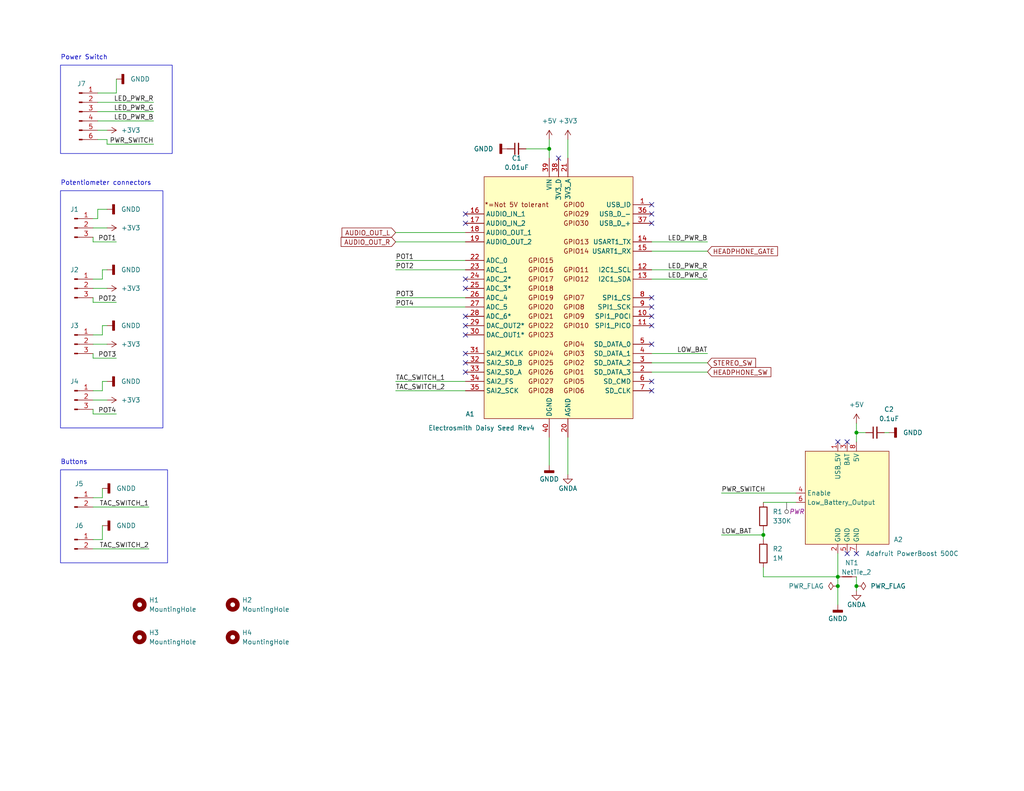
<source format=kicad_sch>
(kicad_sch (version 20230121) (generator eeschema)
  (paper "USLetter")
  (title_block (title "Olm") (date "2023-09-09") (rev "1.0") (company "Eric Max Kaplin"))
  (lib_symbols
    (symbol "Connector:Conn_01x02_Pin" (pin_names (offset 1.016) hide)
      (property "Reference" "J" (at 0 2.54 0))
      (property "Value" "Conn_01x02_Pin" (at 0 -5.08 0))
      (symbol "Conn_01x02_Pin_1_1"
        (polyline (pts (xy 1.27 -2.54) (xy 0.8636 -2.54)) (stroke (width 0.1524)))
        (polyline (pts (xy 1.27 0) (xy 0.8636 0)) (stroke (width 0.1524)))
        (rectangle (start 0.8636 -2.413) (end 0 -2.667) (stroke (width 0.1524)) (fill (type outline)))
        (rectangle (start 0.8636 0.127) (end 0 -0.127) (stroke (width 0.1524)) (fill (type outline)))
        (pin passive line (at 5.08 0 180) (length 3.81) (name "Pin_1") (number "1"))
        (pin passive line (at 5.08 -2.54 180) (length 3.81) (name "Pin_2") (number "2"))
      )
    )
    (symbol "Connector:Conn_01x03_Pin" (pin_names (offset 1.016) hide)
      (property "Reference" "J" (at 0 5.08 0))
      (property "Value" "Conn_01x03_Pin" (at 0 -5.08 0))
      (symbol "Conn_01x03_Pin_1_1"
        (polyline (pts (xy 1.27 -2.54) (xy 0.8636 -2.54)) (stroke (width 0.1524)))
        (polyline (pts (xy 1.27 0) (xy 0.8636 0)) (stroke (width 0.1524)))
        (polyline (pts (xy 1.27 2.54) (xy 0.8636 2.54)) (stroke (width 0.1524)))
        (rectangle (start 0.8636 -2.413) (end 0 -2.667) (stroke (width 0.1524)) (fill (type outline)))
        (rectangle (start 0.8636 0.127) (end 0 -0.127) (stroke (width 0.1524)) (fill (type outline)))
        (rectangle (start 0.8636 2.667) (end 0 2.413) (stroke (width 0.1524)) (fill (type outline)))
        (pin passive line (at 5.08 2.54 180) (length 3.81) (name "Pin_1") (number "1"))
        (pin passive line (at 5.08 0 180) (length 3.81) (name "Pin_2") (number "2"))
        (pin passive line (at 5.08 -2.54 180) (length 3.81) (name "Pin_3") (number "3"))
      )
    )
    (symbol "Connector:Conn_01x06_Pin" (pin_names (offset 1.016) hide)
      (property "Reference" "J" (at 0 7.62 0))
      (property "Value" "Conn_01x06_Pin" (at 0 -10.16 0))
      (symbol "Conn_01x06_Pin_1_1"
        (polyline (pts (xy 1.27 -7.62) (xy 0.8636 -7.62)) (stroke (width 0.1524)))
        (polyline (pts (xy 1.27 -5.08) (xy 0.8636 -5.08)) (stroke (width 0.1524)))
        (polyline (pts (xy 1.27 -2.54) (xy 0.8636 -2.54)) (stroke (width 0.1524)))
        (polyline (pts (xy 1.27 0) (xy 0.8636 0)) (stroke (width 0.1524)))
        (polyline (pts (xy 1.27 2.54) (xy 0.8636 2.54)) (stroke (width 0.1524)))
        (polyline (pts (xy 1.27 5.08) (xy 0.8636 5.08)) (stroke (width 0.1524)))
        (rectangle (start 0.8636 -7.493) (end 0 -7.747) (stroke (width 0.1524)) (fill (type outline)))
        (rectangle (start 0.8636 -4.953) (end 0 -5.207) (stroke (width 0.1524)) (fill (type outline)))
        (rectangle (start 0.8636 -2.413) (end 0 -2.667) (stroke (width 0.1524)) (fill (type outline)))
        (rectangle (start 0.8636 0.127) (end 0 -0.127) (stroke (width 0.1524)) (fill (type outline)))
        (rectangle (start 0.8636 2.667) (end 0 2.413) (stroke (width 0.1524)) (fill (type outline)))
        (rectangle (start 0.8636 5.207) (end 0 4.953) (stroke (width 0.1524)) (fill (type outline)))
        (pin passive line (at 5.08 5.08 180) (length 3.81) (name "Pin_1") (number "1"))
        (pin passive line (at 5.08 2.54 180) (length 3.81) (name "Pin_2") (number "2"))
        (pin passive line (at 5.08 0 180) (length 3.81) (name "Pin_3") (number "3"))
        (pin passive line (at 5.08 -2.54 180) (length 3.81) (name "Pin_4") (number "4"))
        (pin passive line (at 5.08 -5.08 180) (length 3.81) (name "Pin_5") (number "5"))
        (pin passive line (at 5.08 -7.62 180) (length 3.81) (name "Pin_6") (number "6"))
      )
    )
    (symbol "Device:C_Small" (pin_numbers hide) (pin_names (offset 0.254) hide)
      (property "Reference" "C" (at 0.254 1.778 0))
      (property "Value" "C_Small" (at 0.254 -2.032 0))
      (symbol "C_Small_0_1"
        (polyline (pts (xy -1.524 -0.508) (xy 1.524 -0.508)) (stroke (width 0.3302)))
        (polyline (pts (xy -1.524 0.508) (xy 1.524 0.508)) (stroke (width 0.3048)))
      )
      (symbol "C_Small_1_1"
        (pin passive line (at 0 2.54 270) (length 2.032) (name "~") (number "1"))
        (pin passive line (at 0 -2.54 90) (length 2.032) (name "~") (number "2"))
      )
    )
    (symbol "Device:NetTie_2" (pin_numbers hide) (pin_names (offset 0) hide) (in_bom no)
      (property "Reference" "NT" (at 0 1.27 0))
      (property "Value" "NetTie_2" (at 0 -1.27 0))
      (symbol "NetTie_2_0_1"
        (polyline (pts (xy -1.27 0) (xy 1.27 0)) (stroke (width 0.254)))
      )
      (symbol "NetTie_2_1_1"
        (pin passive line (at -2.54 0 0) (length 2.54) (name "1") (number "1"))
        (pin passive line (at 2.54 0 180) (length 2.54) (name "2") (number "2"))
      )
    )
    (symbol "Device:R" (pin_numbers hide) (pin_names (offset 0))
      (property "Reference" "R" (at 2.032 0 90))
      (property "Value" "R" (at 0 0 90))
      (symbol "R_0_1"
        (rectangle (start -1.016 -2.54) (end 1.016 2.54) (stroke (width 0.254)))
      )
      (symbol "R_1_1"
        (pin passive line (at 0 3.81 270) (length 1.27) (name "~") (number "1"))
        (pin passive line (at 0 -3.81 90) (length 1.27) (name "~") (number "2"))
      )
    )
    (symbol "Mechanical:MountingHole" (pin_names (offset 1.016))
      (property "Reference" "H" (at 0 5.08 0))
      (property "Value" "MountingHole" (at 0 3.175 0))
      (symbol "MountingHole_0_1"
        (circle (center 0 0) (radius 1.27) (stroke (width 1.27)))
      )
    )
    (symbol "UserLib:Electrosmith_Daisy_Seed_Rev4"
      (property "Reference" "A1" (at -25.4 -31.75 0))
      (property "Value" "Electrosmith Daisy Seed Rev4" (at -35.56 -35.56 0))
      (symbol "Electrosmith_Daisy_Seed_Rev4_0_0"
        (text "GPIO0" (at 1.27 25.4 0) (effects (font (size 1.27 1.27)) (justify left)))
        (text "GPIO1" (at 1.27 -20.32 0) (effects (font (size 1.27 1.27)) (justify left)))
        (text "GPIO10" (at 1.27 -7.62 0) (effects (font (size 1.27 1.27)) (justify left)))
        (text "GPIO11" (at 1.27 7.62 0) (effects (font (size 1.27 1.27)) (justify left)))
        (text "GPIO12" (at 1.27 5.08 0) (effects (font (size 1.27 1.27)) (justify left)))
        (text "GPIO13" (at 1.27 15.24 0) (effects (font (size 1.27 1.27)) (justify left)))
        (text "GPIO14" (at 1.27 12.7 0) (effects (font (size 1.27 1.27)) (justify left)))
        (text "GPIO15" (at -1.27 10.16 0) (effects (font (size 1.27 1.27)) (justify right)))
        (text "GPIO16" (at -1.27 7.62 0) (effects (font (size 1.27 1.27)) (justify right)))
        (text "GPIO17" (at -1.27 5.08 0) (effects (font (size 1.27 1.27)) (justify right)))
        (text "GPIO18" (at -1.27 2.54 0) (effects (font (size 1.27 1.27)) (justify right)))
        (text "GPIO19" (at -1.27 0 0) (effects (font (size 1.27 1.27)) (justify right)))
        (text "GPIO2" (at 1.27 -17.78 0) (effects (font (size 1.27 1.27)) (justify left)))
        (text "GPIO20" (at -1.27 -2.54 0) (effects (font (size 1.27 1.27)) (justify right)))
        (text "GPIO21" (at -1.27 -5.08 0) (effects (font (size 1.27 1.27)) (justify right)))
        (text "GPIO22" (at -1.27 -7.62 0) (effects (font (size 1.27 1.27)) (justify right)))
        (text "GPIO23" (at -1.27 -10.16 0) (effects (font (size 1.27 1.27)) (justify right)))
        (text "GPIO24" (at -1.27 -15.24 0) (effects (font (size 1.27 1.27)) (justify right)))
        (text "GPIO25" (at -1.27 -17.78 0) (effects (font (size 1.27 1.27)) (justify right)))
        (text "GPIO26" (at -1.27 -20.32 0) (effects (font (size 1.27 1.27)) (justify right)))
        (text "GPIO27" (at -1.27 -22.86 0) (effects (font (size 1.27 1.27)) (justify right)))
        (text "GPIO28" (at -1.27 -25.4 0) (effects (font (size 1.27 1.27)) (justify right)))
        (text "GPIO29" (at 1.27 22.86 0) (effects (font (size 1.27 1.27)) (justify left)))
        (text "GPIO3" (at 1.27 -15.24 0) (effects (font (size 1.27 1.27)) (justify left)))
        (text "GPIO30" (at 1.27 20.32 0) (effects (font (size 1.27 1.27)) (justify left)))
        (text "GPIO4" (at 1.27 -12.7 0) (effects (font (size 1.27 1.27)) (justify left)))
        (text "GPIO5" (at 1.27 -22.86 0) (effects (font (size 1.27 1.27)) (justify left)))
        (text "GPIO6" (at 1.27 -25.4 0) (effects (font (size 1.27 1.27)) (justify left)))
        (text "GPIO7" (at 1.27 0 0) (effects (font (size 1.27 1.27)) (justify left)))
        (text "GPIO8" (at 1.27 -2.54 0) (effects (font (size 1.27 1.27)) (justify left)))
        (text "GPIO9" (at 1.27 -5.08 0) (effects (font (size 1.27 1.27)) (justify left)))
        (pin bidirectional line (at 25.4 25.4 180) (length 5.08) (name "USB_ID") (number "1"))
        (pin bidirectional line (at 25.4 -5.08 180) (length 5.08) (name "SPI1_POCI") (number "10"))
        (pin bidirectional line (at 25.4 -7.62 180) (length 5.08) (name "SPI1_PICO") (number "11"))
        (pin bidirectional line (at 25.4 7.62 180) (length 5.08) (name "I2C1_SCL") (number "12"))
        (pin bidirectional line (at 25.4 5.08 180) (length 5.08) (name "I2C1_SDA") (number "13"))
        (pin bidirectional line (at 25.4 15.24 180) (length 5.08) (name "USART1_TX") (number "14"))
        (pin bidirectional line (at 25.4 12.7 180) (length 5.08) (name "USART1_RX") (number "15"))
        (pin input line (at -25.4 22.86 0) (length 5.08) (name "AUDIO_IN_1") (number "16"))
        (pin input line (at -25.4 20.32 0) (length 5.08) (name "AUDIO_IN_2") (number "17"))
        (pin output line (at -25.4 17.78 0) (length 5.08) (name "AUDIO_OUT_1") (number "18"))
        (pin output line (at -25.4 15.24 0) (length 5.08) (name "AUDIO_OUT_2") (number "19"))
        (pin bidirectional line (at 25.4 -20.32 180) (length 5.08) (name "SD_DATA_3") (number "2"))
        (pin power_in line (at 2.54 -38.1 90) (length 5.08) (name "AGND") (number "20"))
        (pin power_out line (at 2.54 38.1 270) (length 5.08) (name "3V3_A") (number "21"))
        (pin bidirectional line (at -25.4 10.16 0) (length 5.08) (name "ADC_0") (number "22"))
        (pin bidirectional line (at -25.4 7.62 0) (length 5.08) (name "ADC_1") (number "23"))
        (pin bidirectional line (at -25.4 0 0) (length 5.08) (name "ADC_4") (number "26"))
        (pin bidirectional line (at -25.4 -2.54 0) (length 5.08) (name "ADC_5") (number "27"))
        (pin bidirectional line (at 25.4 -17.78 180) (length 5.08) (name "SD_DATA_2") (number "3"))
        (pin bidirectional line (at -25.4 -15.24 0) (length 5.08) (name "SAI2_MCLK") (number "31"))
        (pin bidirectional line (at -25.4 -17.78 0) (length 5.08) (name "SAI2_SD_B") (number "32"))
        (pin bidirectional line (at -25.4 -20.32 0) (length 5.08) (name "SAI2_SD_A") (number "33"))
        (pin bidirectional line (at -25.4 -22.86 0) (length 5.08) (name "SAI2_FS") (number "34"))
        (pin bidirectional line (at -25.4 -25.4 0) (length 5.08) (name "SAI2_SCK") (number "35"))
        (pin bidirectional line (at 25.4 22.86 180) (length 5.08) (name "USB_D_-") (number "36"))
        (pin bidirectional line (at 25.4 20.32 180) (length 5.08) (name "USB_D_+") (number "37"))
        (pin power_out line (at 0 38.1 270) (length 5.08) (name "3V3_D") (number "38"))
        (pin power_in line (at -2.54 38.1 270) (length 5.08) (name "VIN") (number "39"))
        (pin bidirectional line (at 25.4 -15.24 180) (length 5.08) (name "SD_DATA_1") (number "4"))
        (pin power_in line (at -2.54 -38.1 90) (length 5.08) (name "DGND") (number "40"))
        (pin bidirectional line (at 25.4 -12.7 180) (length 5.08) (name "SD_DATA_0") (number "5"))
        (pin bidirectional line (at 25.4 -22.86 180) (length 5.08) (name "SD_CMD") (number "6"))
        (pin bidirectional line (at 25.4 -25.4 180) (length 5.08) (name "SD_CLK") (number "7"))
        (pin bidirectional line (at 25.4 0 180) (length 5.08) (name "SPI1_CS") (number "8"))
        (pin bidirectional line (at 25.4 -2.54 180) (length 5.08) (name "SPI1_SCK") (number "9"))
      )
      (symbol "Electrosmith_Daisy_Seed_Rev4_0_1"
        (rectangle (start -20.32 33.02) (end 20.32 -33.02) (fill (type background)))
      )
      (symbol "Electrosmith_Daisy_Seed_Rev4_1_0"
        (text "*=Not 5V tolerant" (at -11.43 25.4 0) (effects (font (size 1.27 1.27))))
        (pin bidirectional line (at -25.4 5.08 0) (length 5.08) (name "ADC_2*") (number "24"))
        (pin bidirectional line (at -25.4 2.54 0) (length 5.08) (name "ADC_3*") (number "25"))
        (pin bidirectional line (at -25.4 -5.08 0) (length 5.08) (name "ADC_6*") (number "28"))
        (pin bidirectional line (at -25.4 -7.62 0) (length 5.08) (name "DAC_OUT2*") (number "29"))
        (pin bidirectional line (at -25.4 -10.16 0) (length 5.08) (name "DAC_OUT1*") (number "30"))
      )
    )
    (symbol "UserLib:PowerBoost_500C"
      (property "Reference" "A2" (at 12.7 -8.89 0))
      (property "Value" "Adafruit PowerBoost 500C" (at 5.08 -12.7 0))
      (symbol "PowerBoost_500C_1_1"
        (rectangle (start -11.43 15.24) (end 11.43 -10.16) (fill (type background)))
        (pin power_out line (at -2.54 17.78 270) (length 2.54) (name "USB_5V") (number "1"))
        (pin power_in line (at -2.54 -12.7 90) (length 2.54) (name "GND") (number "2"))
        (pin power_out line (at 0 17.78 270) (length 2.54) (name "BAT") (number "3"))
        (pin input line (at -13.97 3.81 0) (length 2.54) (name "Enable") (number "4"))
        (pin power_in line (at 0 -12.7 90) (length 2.54) (name "GND") (number "5"))
        (pin output line (at -13.97 1.27 0) (length 2.54) (name "Low_Battery_Output") (number "6"))
        (pin power_in line (at 2.54 -12.7 90) (length 2.54) (name "GND") (number "7"))
        (pin power_out line (at 2.54 17.78 270) (length 2.54) (name "5V") (number "8"))
      )
    )
    (symbol "power:+3V3" (power) (pin_names (offset 0))
      (property "Value" "+3V3" (at 0 3.556 0))
      (symbol "+3V3_0_1"
        (polyline (pts (xy -0.762 1.27) (xy 0 2.54)))
        (polyline (pts (xy 0 0) (xy 0 2.54)))
        (polyline (pts (xy 0 2.54) (xy 0.762 1.27)))
      )
      (symbol "+3V3_1_1"
        (pin power_in line (at 0 0 90) (length 0) hide (name "+3V3") (number "1"))
      )
    )
    (symbol "power:+5V" (power) (pin_names (offset 0))
      (property "Value" "+5V" (at 0 3.556 0))
      (symbol "+5V_0_1"
        (polyline (pts (xy -0.762 1.27) (xy 0 2.54)))
        (polyline (pts (xy 0 0) (xy 0 2.54)))
        (polyline (pts (xy 0 2.54) (xy 0.762 1.27)))
      )
      (symbol "+5V_1_1"
        (pin power_in line (at 0 0 90) (length 0) hide (name "+5V") (number "1"))
      )
    )
    (symbol "power:GNDA" (power) (pin_names (offset 0))
      (property "Value" "GNDA" (at 0 -3.81 0))
      (symbol "GNDA_0_1"
        (polyline (pts (xy 0 0) (xy 0 -1.27) (xy 1.27 -1.27) (xy 0 -2.54) (xy -1.27 -1.27) (xy 0 -1.27)))
      )
      (symbol "GNDA_1_1"
        (pin power_in line (at 0 0 270) (length 0) hide (name "GNDA") (number "1"))
      )
    )
    (symbol "power:GNDD" (power) (pin_names (offset 0))
      (property "Value" "GNDD" (at 0 -3.175 0))
      (symbol "GNDD_0_1"
        (rectangle (start -1.27 -1.524) (end 1.27 -2.032) (stroke (width 0.254)) (fill (type outline)))
        (polyline (pts (xy 0 0) (xy 0 -1.524)))
      )
      (symbol "GNDD_1_1"
        (pin power_in line (at 0 0 270) (length 0) hide (name "GNDD") (number "1"))
      )
    )
    (symbol "power:PWR_FLAG" (power) (pin_numbers hide) (pin_names (offset 0) hide)
      (property "Value" "PWR_FLAG" (at 0 3.81 0))
      (symbol "PWR_FLAG_0_0"
        (pin power_out line (at 0 0 90) (length 0) (name "pwr") (number "1"))
      )
      (symbol "PWR_FLAG_0_1"
        (polyline (pts (xy 0 0) (xy 0 1.27) (xy -1.016 1.905) (xy 0 2.54) (xy 1.016 1.905) (xy 0 1.27)))
      )
    )
  )
  (junction (at 228.6 157.48))
  (junction (at 208.28 146.05))
  (junction (at 149.86 40.64))
  (junction (at 233.68 160.02))
  (junction (at 228.6 160.02))
  (junction (at 233.68 118.11))
  (no_connect (at 127 101.6))
  (no_connect (at 127 60.96))
  (no_connect (at 177.8 86.36))
  (no_connect (at 177.8 60.96))
  (no_connect (at 231.14 120.65))
  (no_connect (at 127 76.2))
  (no_connect (at 127 99.06))
  (no_connect (at 177.8 88.9))
  (no_connect (at 177.8 104.14))
  (no_connect (at 127 58.42))
  (no_connect (at 177.8 81.28))
  (no_connect (at 152.4 43.18))
  (no_connect (at 233.68 151.13))
  (no_connect (at 177.8 58.42))
  (no_connect (at 177.8 93.98))
  (no_connect (at 127 96.52))
  (no_connect (at 127 86.36))
  (no_connect (at 127 91.44))
  (no_connect (at 228.6 120.65))
  (no_connect (at 127 78.74))
  (no_connect (at 177.8 55.88))
  (no_connect (at 231.14 151.13))
  (no_connect (at 177.8 83.82))
  (no_connect (at 127 88.9))
  (no_connect (at 177.8 106.68))
  (wire (pts (xy 25.4 91.44) (xy 27.94 91.44)))
  (wire (pts (xy 177.8 73.66) (xy 193.04 73.66)))
  (wire (pts (xy 208.28 157.48) (xy 228.6 157.48)))
  (wire (pts (xy 107.95 71.12) (xy 127 71.12)))
  (wire (pts (xy 154.94 38.1) (xy 154.94 43.18)))
  (wire (pts (xy 233.68 161.29) (xy 233.68 160.02)))
  (wire (pts (xy 149.86 119.38) (xy 149.86 127)))
  (wire (pts (xy 27.94 104.14) (xy 27.94 106.68)))
  (wire (pts (xy 107.95 66.04) (xy 127 66.04)))
  (wire (pts (xy 26.67 33.02) (xy 41.91 33.02)))
  (wire (pts (xy 177.8 96.52) (xy 193.04 96.52)))
  (wire (pts (xy 29.21 109.22) (xy 25.4 109.22)))
  (wire (pts (xy 236.22 118.11) (xy 233.68 118.11)))
  (wire (pts (xy 233.68 157.48) (xy 233.68 160.02)))
  (wire (pts (xy 149.86 40.64) (xy 149.86 43.18)))
  (wire (pts (xy 193.04 101.6) (xy 177.8 101.6)))
  (wire (pts (xy 25.4 147.32) (xy 27.94 147.32)))
  (wire (pts (xy 25.4 138.43) (xy 40.64 138.43)))
  (wire (pts (xy 177.8 68.58) (xy 193.04 68.58)))
  (wire (pts (xy 208.28 137.16) (xy 217.17 137.16)))
  (wire (pts (xy 26.67 27.94) (xy 41.91 27.94)))
  (wire (pts (xy 26.67 57.15) (xy 26.67 59.69)))
  (wire (pts (xy 228.6 151.13) (xy 228.6 157.48)))
  (wire (pts (xy 26.67 59.69) (xy 25.4 59.69)))
  (wire (pts (xy 107.95 73.66) (xy 127 73.66)))
  (wire (pts (xy 29.21 57.15) (xy 26.67 57.15)))
  (wire (pts (xy 25.4 106.68) (xy 27.94 106.68)))
  (wire (pts (xy 25.4 82.55) (xy 31.75 82.55)))
  (wire (pts (xy 177.8 66.04) (xy 193.04 66.04)))
  (wire (pts (xy 143.51 40.64) (xy 149.86 40.64)))
  (wire (pts (xy 29.21 104.14) (xy 27.94 104.14)))
  (wire (pts (xy 29.21 88.9) (xy 27.94 88.9)))
  (wire (pts (xy 29.21 93.98) (xy 25.4 93.98)))
  (wire (pts (xy 196.85 146.05) (xy 208.28 146.05)))
  (wire (pts (xy 27.94 147.32) (xy 27.94 143.51)))
  (wire (pts (xy 107.95 81.28) (xy 127 81.28)))
  (wire (pts (xy 208.28 154.94) (xy 208.28 157.48)))
  (wire (pts (xy 228.6 160.02) (xy 228.6 165.1)))
  (wire (pts (xy 25.4 135.89) (xy 27.94 135.89)))
  (wire (pts (xy 29.21 39.37) (xy 29.21 38.1)))
  (wire (pts (xy 27.94 73.66) (xy 27.94 76.2)))
  (wire (pts (xy 154.94 119.38) (xy 154.94 129.54)))
  (wire (pts (xy 107.95 104.14) (xy 127 104.14)))
  (wire (pts (xy 149.86 38.1) (xy 149.86 40.64)))
  (wire (pts (xy 29.21 38.1) (xy 26.67 38.1)))
  (wire (pts (xy 26.67 30.48) (xy 41.91 30.48)))
  (wire (pts (xy 29.21 78.74) (xy 25.4 78.74)))
  (wire (pts (xy 193.04 99.06) (xy 177.8 99.06)))
  (wire (pts (xy 25.4 76.2) (xy 27.94 76.2)))
  (wire (pts (xy 26.67 25.4) (xy 31.75 25.4)))
  (wire (pts (xy 29.21 73.66) (xy 27.94 73.66)))
  (wire (pts (xy 233.68 118.11) (xy 233.68 120.65)))
  (wire (pts (xy 208.28 146.05) (xy 208.28 147.32)))
  (wire (pts (xy 27.94 88.9) (xy 27.94 91.44)))
  (wire (pts (xy 31.75 66.04) (xy 25.4 66.04)))
  (wire (pts (xy 107.95 106.68) (xy 127 106.68)))
  (wire (pts (xy 242.57 118.11) (xy 241.3 118.11)))
  (wire (pts (xy 177.8 76.2) (xy 193.04 76.2)))
  (wire (pts (xy 25.4 64.77) (xy 25.4 66.04)))
  (wire (pts (xy 31.75 25.4) (xy 31.75 21.59)))
  (wire (pts (xy 25.4 111.76) (xy 25.4 113.03)))
  (wire (pts (xy 208.28 144.78) (xy 208.28 146.05)))
  (wire (pts (xy 25.4 97.79) (xy 31.75 97.79)))
  (wire (pts (xy 107.95 83.82) (xy 127 83.82)))
  (wire (pts (xy 233.68 115.57) (xy 233.68 118.11)))
  (wire (pts (xy 228.6 157.48) (xy 228.6 160.02)))
  (wire (pts (xy 29.21 39.37) (xy 41.91 39.37)))
  (wire (pts (xy 107.95 63.5) (xy 127 63.5)))
  (wire (pts (xy 27.94 133.35) (xy 27.94 135.89)))
  (wire (pts (xy 25.4 96.52) (xy 25.4 97.79)))
  (wire (pts (xy 29.21 62.23) (xy 25.4 62.23)))
  (wire (pts (xy 25.4 149.86) (xy 40.64 149.86)))
  (wire (pts (xy 25.4 113.03) (xy 31.75 113.03)))
  (wire (pts (xy 29.21 35.56) (xy 26.67 35.56)))
  (wire (pts (xy 25.4 81.28) (xy 25.4 82.55)))
  (wire (pts (xy 196.85 134.62) (xy 217.17 134.62)))
  (rectangle (start 16.51 17.78) (end 46.99 41.91))
  (rectangle (start 16.51 52.07) (end 44.45 116.84))
  (rectangle (start 16.51 128.27) (end 45.72 153.67))
  (text "Buttons" (at 16.51 127 0) (effects (font (size 1.27 1.27)) (justify left bottom)))
  (text "Potentiometer connectors" (at 16.51 50.8 0) (effects (font (size 1.27 1.27)) (justify left bottom)))
  (text "Power Switch\n" (at 16.51 16.51 0) (effects (font (size 1.27 1.27)) (justify left bottom)))
  (label "LED_PWR_R" (at 193.04 73.66 180))
  (label "TAC_SWITCH_2" (at 107.95 106.68 0))
  (label "POT2" (at 107.95 73.66 0))
  (label "LED_PWR_B" (at 193.04 66.04 180))
  (label "POT3" (at 107.95 81.28 0))
  (label "LED_PWR_B" (at 41.91 33.02 180))
  (label "POT1" (at 107.95 71.12 0))
  (label "POT1" (at 31.75 66.04 180))
  (label "LED_PWR_G" (at 41.91 30.48 180))
  (label "LOW_BAT" (at 193.04 96.52 180))
  (label "POT3" (at 31.75 97.79 180))
  (label "TAC_SWITCH_1" (at 107.95 104.14 0))
  (label "PWR_SWITCH" (at 41.91 39.37 180))
  (label "LOW_BAT" (at 196.85 146.05 0))
  (label "TAC_SWITCH_1" (at 40.64 138.43 180))
  (label "POT2" (at 31.75 82.55 180))
  (label "LED_PWR_G" (at 193.04 76.2 180))
  (label "LED_PWR_R" (at 41.91 27.94 180))
  (label "TAC_SWITCH_2" (at 40.64 149.86 180))
  (label "POT4" (at 31.75 113.03 180))
  (label "PWR_SWITCH" (at 196.85 134.62 0))
  (label "POT4" (at 107.95 83.82 0))
  (global_label "AUDIO_OUT_L" (shape input) (at 107.95 63.5 180) (property "Intersheetrefs" "${INTERSHEET_REFS}" (effects hide)))
  (global_label "HEADPHONE_SW" (shape input) (at 193.04 101.6 0) (property "Intersheetrefs" "${INTERSHEET_REFS}" (effects hide)))
  (global_label "STEREO_SW" (shape input) (at 193.04 99.06 0) (property "Intersheetrefs" "${INTERSHEET_REFS}" (effects hide)))
  (global_label "AUDIO_OUT_R" (shape input) (at 107.95 66.04 180) (property "Intersheetrefs" "${INTERSHEET_REFS}" (effects hide)))
  (global_label "HEADPHONE_GATE" (shape input) (at 193.04 68.58 0) (property "Intersheetrefs" "${INTERSHEET_REFS}" (effects hide)))
  (netclass_flag "" (length 2.54) (shape round) (at 214.63 137.16 180) (property "Netclass" "PWR" (at 215.3285 139.7 0) (effects (font italic) (justify left))))
  (symbol (lib_id "power:+3V3") (at 29.21 78.74 270) (unit 1)
    (property "Reference" "#PWR02" (effects hide))
    (property "Value" "+3V3" (at 33.02 78.74 90) (effects (justify left)))
  )
  (symbol (lib_id "power:GNDD") (at 31.75 21.59 90) (unit 1)
    (property "Reference" "#PWR09" (effects hide))
    (property "Value" "GNDD" (at 35.56 21.59 90) (effects (justify right)))
  )
  (symbol (lib_id "Connector:Conn_01x02_Pin") (at 20.32 147.32 0) (unit 1)
    (property "Reference" "J6" (at 21.59 143.51 0))
    (property "Value" "JST B2B-PH-K" (effects hide))
    (property "Footprint" "Connector_JST:JST_PH_B2B-PH-K_1x02_P2.00mm_Vertical" (effects hide))
    (property "Sim.Enable" "0" (effects hide))
  )
  (symbol (lib_id "power:PWR_FLAG") (at 228.6 160.02 90) (mirror x) (unit 1)
    (property "Reference" "#FLG01" (effects hide))
    (property "Value" "PWR_FLAG" (at 224.79 160.02 90) (effects (justify left)))
  )
  (symbol (lib_id "power:+3V3") (at 29.21 93.98 270) (unit 1)
    (property "Reference" "#PWR03" (effects hide))
    (property "Value" "+3V3" (at 33.02 93.98 90) (effects (justify left)))
  )
  (symbol (lib_id "Connector:Conn_01x03_Pin") (at 20.32 78.74 0) (unit 1)
    (property "Reference" "J2" (at 20.32 73.66 0))
    (property "Value" "JST B3B-PH-K" (effects hide))
    (property "Footprint" "Connector_JST:JST_PH_B3B-PH-K_1x03_P2.00mm_Vertical" (effects hide))
    (property "Sim.Enable" "0" (effects hide))
  )
  (symbol (lib_id "power:GNDD") (at 149.86 127 0) (unit 1)
    (property "Reference" "#PWR013" (effects hide))
    (property "Value" "GNDD" (at 149.86 130.81 0))
  )
  (symbol (lib_id "power:GNDA") (at 233.68 161.29 0) (unit 1)
    (property "Reference" "#PWR017" (effects hide))
    (property "Value" "GNDA" (at 233.68 165.1 0))
  )
  (symbol (lib_id "power:+3V3") (at 154.94 38.1 0) (unit 1)
    (property "Reference" "#PWR014" (effects hide))
    (property "Value" "+3V3" (at 154.94 33.02 0))
  )
  (symbol (lib_id "Device:NetTie_2") (at 231.14 157.48 0) (unit 1) (in_bom no)
    (property "Reference" "NT1" (at 232.41 153.67 0))
    (property "Value" "NetTie_2" (at 233.68 156.21 0))
    (property "Footprint" "NetTie:NetTie-2_SMD_Pad2.0mm" (effects hide))
  )
  (symbol (lib_id "power:+5V") (at 149.86 38.1 0) (unit 1)
    (property "Reference" "#PWR012" (effects hide))
    (property "Value" "+5V" (at 149.86 33.02 0))
  )
  (symbol (lib_id "Connector:Conn_01x03_Pin") (at 20.32 109.22 0) (unit 1)
    (property "Reference" "J4" (at 20.32 104.14 0))
    (property "Value" "JST B3B-PH-K" (effects hide))
    (property "Footprint" "Connector_JST:JST_PH_B3B-PH-K_1x03_P2.00mm_Vertical" (effects hide))
    (property "Sim.Enable" "0" (effects hide))
  )
  (symbol (lib_id "Device:R") (at 208.28 151.13 0) (unit 1)
    (property "Reference" "R2" (at 210.82 149.86 0) (effects (justify left)))
    (property "Value" "1M" (at 210.82 152.4 0) (effects (justify left)))
    (property "Footprint" "Resistor_THT:R_Axial_DIN0207_L6.3mm_D2.5mm_P7.62mm_Horizontal" (effects hide))
  )
  (symbol (lib_id "Connector:Conn_01x02_Pin") (at 20.32 135.89 0) (unit 1)
    (property "Reference" "J5" (at 21.59 132.08 0))
    (property "Value" "JST B2B-PH-K" (effects hide))
    (property "Footprint" "Connector_JST:JST_PH_B2B-PH-K_1x02_P2.00mm_Vertical" (effects hide))
    (property "Sim.Enable" "0" (effects hide))
  )
  (symbol (lib_id "power:GNDD") (at 29.21 88.9 90) (unit 1)
    (property "Reference" "#PWR08" (effects hide))
    (property "Value" "GNDD" (at 33.02 88.9 90) (effects (justify right)))
  )
  (symbol (lib_id "Device:R") (at 208.28 140.97 0) (unit 1)
    (property "Reference" "R1" (at 210.82 139.7 0) (effects (justify left)))
    (property "Value" "330K" (at 210.82 142.24 0) (effects (justify left)))
    (property "Footprint" "Resistor_THT:R_Axial_DIN0207_L6.3mm_D2.5mm_P7.62mm_Horizontal" (effects hide))
  )
  (symbol (lib_id "power:+5V") (at 233.68 115.57 0) (unit 1)
    (property "Reference" "#PWR018" (effects hide))
    (property "Value" "+5V" (at 233.68 110.49 0))
  )
  (symbol (lib_id "UserLib:PowerBoost_500C") (at 231.14 138.43 0) (unit 1)
    (property "Reference" "A2" (at 243.84 147.32 0) (effects (justify left)))
    (property "Value" "Adafruit PowerBoost 500C" (at 236.22 151.13 0) (effects (justify left)))
    (property "Footprint" "UserLibrary:PowerBoost 500C" (effects hide))
    (property "Sim.Enable" "0" (effects hide))
  )
  (symbol (lib_id "power:PWR_FLAG") (at 233.68 160.02 270) (mirror x) (unit 1)
    (property "Reference" "#FLG02" (effects hide))
    (property "Value" "PWR_FLAG" (at 237.49 160.02 90) (effects (justify left)))
  )
  (symbol (lib_id "power:+3V3") (at 29.21 109.22 270) (unit 1)
    (property "Reference" "#PWR021" (effects hide))
    (property "Value" "+3V3" (at 33.02 109.22 90) (effects (justify left)))
  )
  (symbol (lib_id "Connector:Conn_01x06_Pin") (at 21.59 30.48 0) (unit 1)
    (property "Reference" "J7" (at 22.225 22.86 0))
    (property "Value" "JST B6B-PH-K" (effects hide))
    (property "Footprint" "Connector_JST:JST_PH_B6B-PH-K_1x06_P2.00mm_Vertical" (effects hide))
  )
  (symbol (lib_id "Mechanical:MountingHole") (at 38.1 173.99 0) (unit 1) (in_bom no)
    (property "Reference" "H3" (at 40.64 172.72 0) (effects (justify left)))
    (property "Value" "MountingHole" (at 40.64 175.26 0) (effects (justify left)))
    (property "Footprint" "MountingHole:MountingHole_2.5mm_Pad" (effects hide))
  )
  (symbol (lib_id "Mechanical:MountingHole") (at 38.1 165.1 0) (unit 1) (in_bom no)
    (property "Reference" "H1" (at 40.64 163.83 0) (effects (justify left)))
    (property "Value" "MountingHole" (at 40.64 166.37 0) (effects (justify left)))
    (property "Footprint" "MountingHole:MountingHole_2.5mm_Pad" (effects hide))
  )
  (symbol (lib_id "power:GNDD") (at 242.57 118.11 90) (unit 1)
    (property "Reference" "#PWR036" (effects hide))
    (property "Value" "GNDD" (at 246.38 118.11 90) (effects (justify right)))
  )
  (symbol (lib_id "power:GNDD") (at 228.6 165.1 0) (unit 1)
    (property "Reference" "#PWR016" (effects hide))
    (property "Value" "GNDD" (at 228.6 168.91 0))
  )
  (symbol (lib_id "power:GNDD") (at 29.21 57.15 90) (unit 1)
    (property "Reference" "#PWR06" (effects hide))
    (property "Value" "GNDD" (at 33.02 57.15 90) (effects (justify right)))
  )
  (symbol (lib_id "Mechanical:MountingHole") (at 63.5 165.1 0) (unit 1) (in_bom no)
    (property "Reference" "H2" (at 66.04 163.83 0) (effects (justify left)))
    (property "Value" "MountingHole" (at 66.04 166.37 0) (effects (justify left)))
    (property "Footprint" "MountingHole:MountingHole_2.5mm_Pad" (effects hide))
  )
  (symbol (lib_id "Mechanical:MountingHole") (at 63.5 173.99 0) (unit 1) (in_bom no)
    (property "Reference" "H4" (at 66.04 172.72 0) (effects (justify left)))
    (property "Value" "MountingHole" (at 66.04 175.26 0) (effects (justify left)))
    (property "Footprint" "MountingHole:MountingHole_2.5mm_Pad" (effects hide))
  )
  (symbol (lib_id "power:GNDD") (at 29.21 104.14 90) (unit 1)
    (property "Reference" "#PWR035" (effects hide))
    (property "Value" "GNDD" (at 33.02 104.14 90) (effects (justify right)))
  )
  (symbol (lib_id "power:GNDD") (at 29.21 73.66 90) (unit 1)
    (property "Reference" "#PWR07" (effects hide))
    (property "Value" "GNDD" (at 33.02 73.66 90) (effects (justify right)))
  )
  (symbol (lib_id "Device:C_Small") (at 238.76 118.11 90) (unit 1)
    (property "Reference" "C2" (at 242.57 111.76 90))
    (property "Value" "0.1uF" (at 242.57 114.3 90))
    (property "Footprint" "Capacitor_THT:C_Disc_D4.7mm_W2.5mm_P5.00mm" (effects hide))
  )
  (symbol (lib_id "Device:C_Small") (at 140.97 40.64 90) (unit 1)
    (property "Reference" "C1" (at 140.97 43.18 90))
    (property "Value" "0.01uF" (at 140.97 45.72 90))
    (property "Footprint" "Capacitor_THT:C_Disc_D4.7mm_W2.5mm_P5.00mm" (effects hide))
  )
  (symbol (lib_id "Connector:Conn_01x03_Pin") (at 20.32 62.23 0) (unit 1)
    (property "Reference" "J1" (at 20.32 57.15 0))
    (property "Value" "JST B3B-PH-K" (effects hide))
    (property "Footprint" "Connector_JST:JST_PH_B3B-PH-K_1x03_P2.00mm_Vertical" (effects hide))
    (property "Sim.Enable" "0" (effects hide))
  )
  (symbol (lib_id "power:GNDD") (at 27.94 143.51 90) (unit 1)
    (property "Reference" "#PWR05" (effects hide))
    (property "Value" "GNDD" (at 31.75 143.51 90) (effects (justify right)))
  )
  (symbol (lib_id "power:GNDA") (at 154.94 129.54 0) (unit 1)
    (property "Reference" "#PWR015" (effects hide))
    (property "Value" "GNDA" (at 154.94 133.35 0))
  )
  (symbol (lib_id "UserLib:Electrosmith_Daisy_Seed_Rev4") (at 152.4 81.28 0) (unit 1)
    (property "Reference" "A1" (at 127 113.03 0) (effects (justify left)))
    (property "Value" "Electrosmith Daisy Seed Rev4" (at 116.84 116.84 0) (effects (justify left)))
    (property "Footprint" "UserLibrary:Electrosmith_Daisy_Seed" (effects hide))
    (property "Datasheet" "https://static1.squarespace.com/static/58d03fdc1b10e3bf442567b8/t/6227e6236f02fb68d1577146/1646781988478/Daisy_Seed_datasheet_v1.0.3.pdf" (effects hide))
    (property "Sim.Enable" "0" (effects hide))
  )
  (symbol (lib_id "power:GNDD") (at 138.43 40.64 270) (unit 1)
    (property "Reference" "#PWR037" (effects hide))
    (property "Value" "GNDD" (at 134.62 40.64 90) (effects (justify right)))
  )
  (symbol (lib_id "Connector:Conn_01x03_Pin") (at 20.32 93.98 0) (unit 1)
    (property "Reference" "J3" (at 20.32 88.9 0))
    (property "Value" "JST B3B-PH-K" (effects hide))
    (property "Footprint" "Connector_JST:JST_PH_B3B-PH-K_1x03_P2.00mm_Vertical" (effects hide))
    (property "Sim.Enable" "0" (effects hide))
  )
  (symbol (lib_id "power:+3V3") (at 29.21 62.23 270) (unit 1)
    (property "Reference" "#PWR01" (effects hide))
    (property "Value" "+3V3" (at 33.02 62.23 90) (effects (justify left)))
  )
  (symbol (lib_id "power:+3V3") (at 29.21 35.56 270) (unit 1)
    (property "Reference" "#PWR020" (effects hide))
    (property "Value" "+3V3" (at 33.02 35.56 90) (effects (justify left)))
  )
  (symbol (lib_id "power:GNDD") (at 27.94 133.35 90) (unit 1)
    (property "Reference" "#PWR04" (effects hide))
    (property "Value" "GNDD" (at 31.75 133.35 90) (effects (justify right)))
  )
  (sheet (at 10.16 284.48) (size 95.25 25.4) (stroke (width 0.1524))
    (property "Sheetname" "Offboard" (at 10.16 283.7684 0) (effects (justify left bottom)))
    (property "Sheetfile" "offboard.kicad_sch" (effects hide))
  )
  (sheet (at 10.16 233.68) (size 96.52 40.64) (stroke (width 0.1524))
    (property "Sheetname" "Headphone Amp" (at 10.16 232.9684 0) (effects (justify left bottom)))
    (property "Sheetfile" "headphone_amp.kicad_sch" (effects hide))
  )
)
</source>
